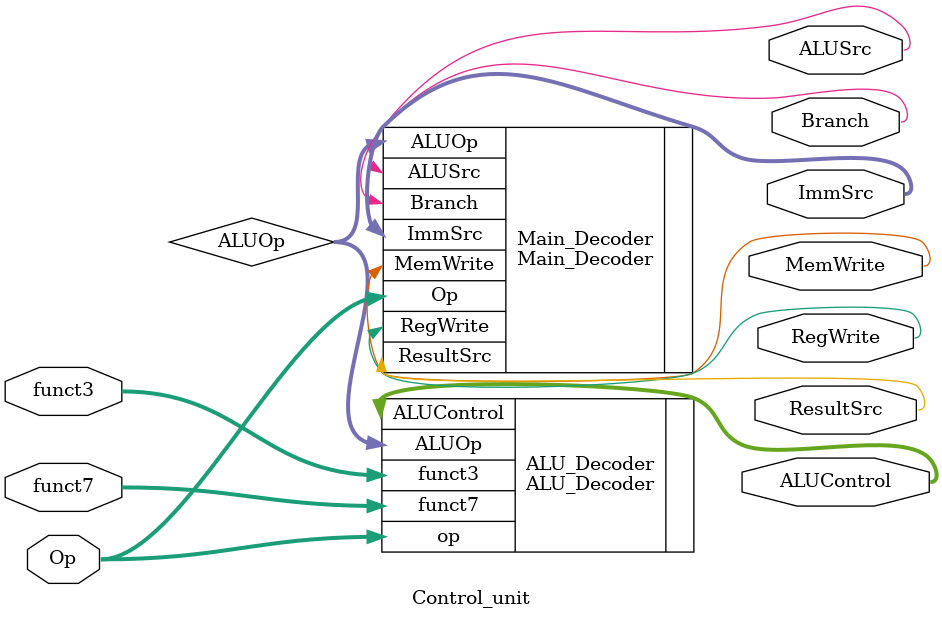
<source format=v>
`timescale 1ns / 1ps


module Control_unit(Op,RegWrite,ImmSrc,ALUSrc,MemWrite,ResultSrc,Branch,funct3,funct7,ALUControl);
    input [6:0]Op,funct7;
    input [2:0]funct3;
    output RegWrite,ALUSrc,MemWrite,ResultSrc,Branch;
    output [1:0]ImmSrc;
    output [2:0]ALUControl;

    wire [1:0]ALUOp;

    Main_Decoder Main_Decoder(
                .Op(Op),
                .RegWrite(RegWrite),
                .ImmSrc(ImmSrc),
                .MemWrite(MemWrite),
                .ResultSrc(ResultSrc),
                .Branch(Branch),
                .ALUSrc(ALUSrc),
                .ALUOp(ALUOp)
    );

    ALU_Decoder ALU_Decoder(
                            .ALUOp(ALUOp),
                            .funct3(funct3),
                            .funct7(funct7),
                            .op(Op),
                            .ALUControl(ALUControl)
    );
endmodule

</source>
